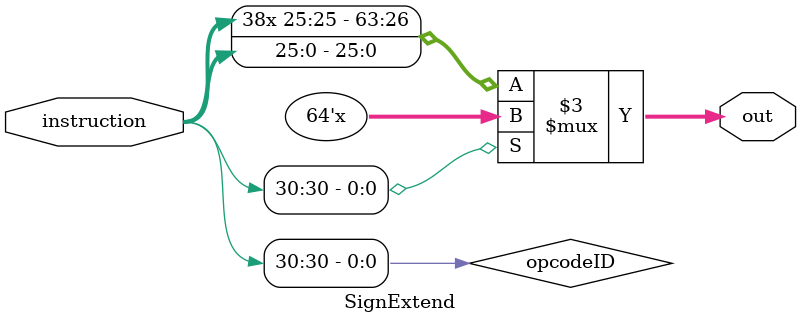
<source format=v>
`timescale 1ns/100ps

module SignExtend
  (input [31 : 0] instruction,
  output reg [63 : 0] out
  );
  
  wire opcodeID = instruction[31:30];
  reg sign;
  
  always @(instruction) begin 
    out = 64'bz;
    case (opcodeID)
      2'b00: begin   //unconditional
        sign = instruction[25];
        out = {{38{sign}}, instruction[25:0]};
      end 
    endcase
  end
  
endmodule
  
  

</source>
